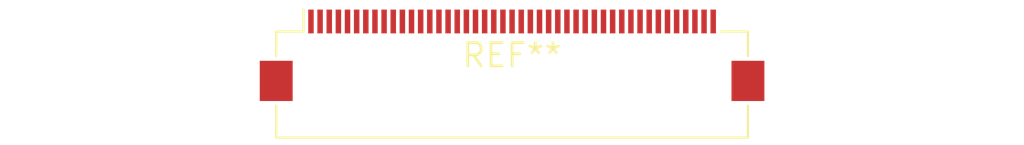
<source format=kicad_pcb>
(kicad_pcb (version 20240108) (generator pcbnew)
  (layers (0 "F.Cu" signal) (31 "B.Cu" signal) (34 "B.Paste" user) (35 "F.Paste" user) (36 "B.SilkS" user "B.Silkscreen") (37 "F.SilkS" user "F.Silkscreen") (38 "B.Mask" user) (39 "F.Mask" user) (44 "Edge.Cuts" user))
  (net 0 "")
  (footprint "Hirose_FH12-45S-0.5SH_1x45-1MP_P0.50mm_Horizontal" (layer "F.Cu") (at 0 0)
    (property "Reference" "REF**")
    (property "Value" "Hirose_FH12-45S-0.5SH_1x45-1MP_P0.50mm_Horizontal")
    (fp_line (start -12.9 -1.3) (end -12.9 0.04) (layer "F.SilkS") (stroke (width 0.12)))
    (fp_line (start -12.9 2.76) (end -12.9 4.5) (layer "F.SilkS") (stroke (width 0.12)))
    (fp_line (start -12.9 4.5) (end 12.9 4.5) (layer "F.SilkS") (stroke (width 0.12)))
    (fp_line (start -11.41 -1.3) (end -12.9 -1.3) (layer "F.SilkS") (stroke (width 0.12)))
    (fp_line (start -11.41 -1.3) (end -11.41 -2.5) (layer "F.SilkS") (stroke (width 0.12)))
    (fp_line (start 11.41 -1.3) (end 12.9 -1.3) (layer "F.SilkS") (stroke (width 0.12)))
    (fp_line (start 12.9 -1.3) (end 12.9 0.04) (layer "F.SilkS") (stroke (width 0.12)))
    (fp_line (start 12.9 4.5) (end 12.9 2.76) (layer "F.SilkS") (stroke (width 0.12)))
    (pad "1" smd rect (at -11 -1.85) (size 0.3 1.3) (layers "F.Cu" "F.Paste" "F.Mask"))
    (pad "2" smd rect (at -10.5 -1.85) (size 0.3 1.3) (layers "F.Cu" "F.Paste" "F.Mask"))
    (pad "3" smd rect (at -10 -1.85) (size 0.3 1.3) (layers "F.Cu" "F.Paste" "F.Mask"))
    (pad "4" smd rect (at -9.5 -1.85) (size 0.3 1.3) (layers "F.Cu" "F.Paste" "F.Mask"))
    (pad "5" smd rect (at -9 -1.85) (size 0.3 1.3) (layers "F.Cu" "F.Paste" "F.Mask"))
    (pad "6" smd rect (at -8.5 -1.85) (size 0.3 1.3) (layers "F.Cu" "F.Paste" "F.Mask"))
    (pad "7" smd rect (at -8 -1.85) (size 0.3 1.3) (layers "F.Cu" "F.Paste" "F.Mask"))
    (pad "8" smd rect (at -7.5 -1.85) (size 0.3 1.3) (layers "F.Cu" "F.Paste" "F.Mask"))
    (pad "9" smd rect (at -7 -1.85) (size 0.3 1.3) (layers "F.Cu" "F.Paste" "F.Mask"))
    (pad "10" smd rect (at -6.5 -1.85) (size 0.3 1.3) (layers "F.Cu" "F.Paste" "F.Mask"))
    (pad "11" smd rect (at -6 -1.85) (size 0.3 1.3) (layers "F.Cu" "F.Paste" "F.Mask"))
    (pad "12" smd rect (at -5.5 -1.85) (size 0.3 1.3) (layers "F.Cu" "F.Paste" "F.Mask"))
    (pad "13" smd rect (at -5 -1.85) (size 0.3 1.3) (layers "F.Cu" "F.Paste" "F.Mask"))
    (pad "14" smd rect (at -4.5 -1.85) (size 0.3 1.3) (layers "F.Cu" "F.Paste" "F.Mask"))
    (pad "15" smd rect (at -4 -1.85) (size 0.3 1.3) (layers "F.Cu" "F.Paste" "F.Mask"))
    (pad "16" smd rect (at -3.5 -1.85) (size 0.3 1.3) (layers "F.Cu" "F.Paste" "F.Mask"))
    (pad "17" smd rect (at -3 -1.85) (size 0.3 1.3) (layers "F.Cu" "F.Paste" "F.Mask"))
    (pad "18" smd rect (at -2.5 -1.85) (size 0.3 1.3) (layers "F.Cu" "F.Paste" "F.Mask"))
    (pad "19" smd rect (at -2 -1.85) (size 0.3 1.3) (layers "F.Cu" "F.Paste" "F.Mask"))
    (pad "20" smd rect (at -1.5 -1.85) (size 0.3 1.3) (layers "F.Cu" "F.Paste" "F.Mask"))
    (pad "21" smd rect (at -1 -1.85) (size 0.3 1.3) (layers "F.Cu" "F.Paste" "F.Mask"))
    (pad "22" smd rect (at -0.5 -1.85) (size 0.3 1.3) (layers "F.Cu" "F.Paste" "F.Mask"))
    (pad "23" smd rect (at 0 -1.85) (size 0.3 1.3) (layers "F.Cu" "F.Paste" "F.Mask"))
    (pad "24" smd rect (at 0.5 -1.85) (size 0.3 1.3) (layers "F.Cu" "F.Paste" "F.Mask"))
    (pad "25" smd rect (at 1 -1.85) (size 0.3 1.3) (layers "F.Cu" "F.Paste" "F.Mask"))
    (pad "26" smd rect (at 1.5 -1.85) (size 0.3 1.3) (layers "F.Cu" "F.Paste" "F.Mask"))
    (pad "27" smd rect (at 2 -1.85) (size 0.3 1.3) (layers "F.Cu" "F.Paste" "F.Mask"))
    (pad "28" smd rect (at 2.5 -1.85) (size 0.3 1.3) (layers "F.Cu" "F.Paste" "F.Mask"))
    (pad "29" smd rect (at 3 -1.85) (size 0.3 1.3) (layers "F.Cu" "F.Paste" "F.Mask"))
    (pad "30" smd rect (at 3.5 -1.85) (size 0.3 1.3) (layers "F.Cu" "F.Paste" "F.Mask"))
    (pad "31" smd rect (at 4 -1.85) (size 0.3 1.3) (layers "F.Cu" "F.Paste" "F.Mask"))
    (pad "32" smd rect (at 4.5 -1.85) (size 0.3 1.3) (layers "F.Cu" "F.Paste" "F.Mask"))
    (pad "33" smd rect (at 5 -1.85) (size 0.3 1.3) (layers "F.Cu" "F.Paste" "F.Mask"))
    (pad "34" smd rect (at 5.5 -1.85) (size 0.3 1.3) (layers "F.Cu" "F.Paste" "F.Mask"))
    (pad "35" smd rect (at 6 -1.85) (size 0.3 1.3) (layers "F.Cu" "F.Paste" "F.Mask"))
    (pad "36" smd rect (at 6.5 -1.85) (size 0.3 1.3) (layers "F.Cu" "F.Paste" "F.Mask"))
    (pad "37" smd rect (at 7 -1.85) (size 0.3 1.3) (layers "F.Cu" "F.Paste" "F.Mask"))
    (pad "38" smd rect (at 7.5 -1.85) (size 0.3 1.3) (layers "F.Cu" "F.Paste" "F.Mask"))
    (pad "39" smd rect (at 8 -1.85) (size 0.3 1.3) (layers "F.Cu" "F.Paste" "F.Mask"))
    (pad "40" smd rect (at 8.5 -1.85) (size 0.3 1.3) (layers "F.Cu" "F.Paste" "F.Mask"))
    (pad "41" smd rect (at 9 -1.85) (size 0.3 1.3) (layers "F.Cu" "F.Paste" "F.Mask"))
    (pad "42" smd rect (at 9.5 -1.85) (size 0.3 1.3) (layers "F.Cu" "F.Paste" "F.Mask"))
    (pad "43" smd rect (at 10 -1.85) (size 0.3 1.3) (layers "F.Cu" "F.Paste" "F.Mask"))
    (pad "44" smd rect (at 10.5 -1.85) (size 0.3 1.3) (layers "F.Cu" "F.Paste" "F.Mask"))
    (pad "45" smd rect (at 11 -1.85) (size 0.3 1.3) (layers "F.Cu" "F.Paste" "F.Mask"))
    (pad "MP" smd rect (at -12.9 1.4) (size 1.8 2.2) (layers "F.Cu" "F.Paste" "F.Mask"))
    (pad "MP" smd rect (at 12.9 1.4) (size 1.8 2.2) (layers "F.Cu" "F.Paste" "F.Mask"))
  )
)
</source>
